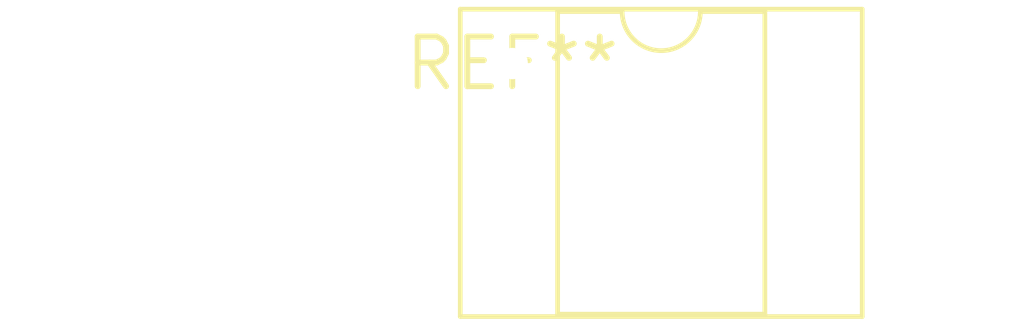
<source format=kicad_pcb>
(kicad_pcb (version 20240108) (generator pcbnew)
  (layers (0 "F.Cu" signal) (31 "B.Cu" signal) (34 "B.Paste" user) (35 "F.Paste" user) (36 "B.SilkS" user "B.Silkscreen") (37 "F.SilkS" user "F.Silkscreen") (38 "B.Mask" user) (39 "F.Mask" user) (44 "Edge.Cuts" user))
  (net 0 "")
  (footprint "DIP-5-6_W7.62mm_Socket" (layer "F.Cu") (at 0 0)
    (property "Reference" "REF**")
    (property "Value" "DIP-5-6_W7.62mm_Socket")
    (fp_line (start -1.33 -1.39) (end -1.33 6.47) (layer "F.SilkS") (stroke (width 0.12)))
    (fp_line (start -1.33 6.47) (end 8.95 6.47) (layer "F.SilkS") (stroke (width 0.12)))
    (fp_line (start 1.16 -1.33) (end 1.16 6.41) (layer "F.SilkS") (stroke (width 0.12)))
    (fp_line (start 1.16 6.41) (end 6.46 6.41) (layer "F.SilkS") (stroke (width 0.12)))
    (fp_line (start 2.81 -1.33) (end 1.16 -1.33) (layer "F.SilkS") (stroke (width 0.12)))
    (fp_line (start 6.46 -1.33) (end 4.81 -1.33) (layer "F.SilkS") (stroke (width 0.12)))
    (fp_line (start 6.46 6.41) (end 6.46 -1.33) (layer "F.SilkS") (stroke (width 0.12)))
    (fp_line (start 8.95 -1.39) (end -1.33 -1.39) (layer "F.SilkS") (stroke (width 0.12)))
    (fp_line (start 8.95 6.47) (end 8.95 -1.39) (layer "F.SilkS") (stroke (width 0.12)))
    (fp_arc (start 4.81 -1.33) (mid 3.81 -0.33) (end 2.81 -1.33) (layer "F.SilkS") (stroke (width 0.12)))
    (pad "1" thru_hole rect (at 0 0) (size 1.6 1.6) (drill 0.8) (layers *.Cu *.Mask) (remove_unused_layers))
    (pad "2" thru_hole oval (at 0 2.54) (size 1.6 1.6) (drill 0.8) (layers *.Cu *.Mask) (remove_unused_layers))
    (pad "3" thru_hole oval (at 0 5.08) (size 1.6 1.6) (drill 0.8) (layers *.Cu *.Mask) (remove_unused_layers))
    (pad "4" thru_hole oval (at 7.62 5.08) (size 1.6 1.6) (drill 0.8) (layers *.Cu *.Mask) (remove_unused_layers))
    (pad "6" thru_hole oval (at 7.62 0) (size 1.6 1.6) (drill 0.8) (layers *.Cu *.Mask) (remove_unused_layers))
  )
)
</source>
